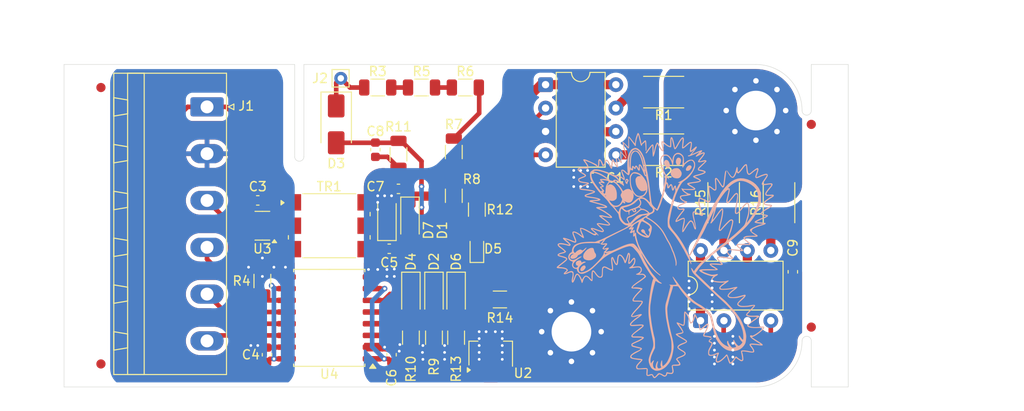
<source format=kicad_pcb>
(kicad_pcb (version 20241229) (generator "pcbnew") (generator_version "9.0")
  (layers (0 "F.Cu" signal) (2 "B.Cu" signal) (13 "F.Paste" user) (15 "B.Paste" user) (5 "F.SilkS" user "F.Silkscreen") (7 "B.SilkS" user "B.Silkscreen") (1 "F.Mask" user) (3 "B.Mask" user) (25 "Edge.Cuts" user))
  (net 0 "")
  (net 1 "15V_HV")
  (net 2 "-VDC")
  (net 3 "5V_HV")
  (net 4 "GND")
  (net 5 "+5V")
  (net 6 "Net-(C5-Pad1)")
  (net 7 "Net-(D3-A)")
  (net 8 "Net-(D2-A)")
  (net 9 "Net-(D2-K)")
  (net 10 "Net-(D3-K)")
  (net 11 "Net-(D4-A)")
  (net 12 "Net-(D5-A)")
  (net 13 "Net-(D5-K)")
  (net 14 "Net-(D6-A)")
  (net 15 "/LO_{IN}")
  (net 16 "/V_{OUT}")
  (net 17 "/LO_{PGOOD}")
  (net 18 "/LO_{DESAT}")
  (net 19 "Net-(U1-OUT_A)")
  (net 20 "Net-(U1-OUT_B)")
  (net 21 "Net-(R3-Pad2)")
  (net 22 "Net-(R5-Pad2)")
  (net 23 "Net-(R6-Pad2)")
  (net 24 "Net-(R7-Pad2)")
  (net 25 "Net-(U4-OUTD)")
  (net 26 "Net-(U1-IN_A)")
  (net 27 "Net-(U5-OUT_A)")
  (net 28 "Net-(U5-OUT_B)")
  (net 29 "Net-(U3-D1)")
  (net 31 "Net-(U3-D2)")
  (net 32 "Net-(D1-A)")
  (net 33 "Net-(J4-Pin_1)")
  (footprint "Connector_Phoenix_MSTB:PhoenixContact_MSTBA_2,5_6-G-5,08_1x06_P5.08mm_Horizontal" (layer "F.Cu") (at 110.5 79.6 -90)
    (property "Reference" "J1" (at -0.1 -4.25 0) (layer "F.SilkS"))
    (property "Value" "MSTBA 5.08 terminal block")
    (pad "1" thru_hole roundrect (at 0 0 270) (size 2.08 3.6) (drill 1.4) (layers "*.Cu" "*.Mask") (roundrect_rratio 0.120192) (net 5 "+5V"))
    (pad "2" thru_hole oval (at 5.08 0 270) (size 2.08 3.6) (drill 1.4) (layers "*.Cu" "*.Mask") (net 4 "GND"))
    (pad "3" thru_hole oval (at 10.16 0 270) (size 2.08 3.6) (drill 1.4) (layers "*.Cu" "*.Mask") (net 15 "/LO_{IN}"))
    (pad "4" thru_hole oval (at 15.24 0 270) (size 2.08 3.6) (drill 1.4) (layers "*.Cu" "*.Mask") (net 17 "/LO_{PGOOD}"))
    (pad "5" thru_hole oval (at 20.32 0 270) (size 2.08 3.6) (drill 1.4) (layers "*.Cu" "*.Mask") (net 18 "/LO_{DESAT}"))
    (pad "6" thru_hole oval (at 25.4 0 270) (size 2.08 3.6) (drill 1.4) (layers "*.Cu" "*.Mask") (net 16 "/V_{OUT}"))
  )
  (footprint "Diode_SMD:D_SOD-123" (layer "F.Cu") (at 130 91.75 90)
    (property "Reference" "D7" (at -1.25 4.5 90) (layer "F.SilkS"))
    (property "Value" "5819")
    (pad "1" smd roundrect (at -1.65 0 90) (size 0.9 1.2) (layers "F.Cu" "F.Mask" "F.Paste") (net 32 "Net-(D1-A)"))
    (pad "2" smd roundrect (at 1.65 0 90) (size 0.9 1.2) (layers "F.Cu" "F.Mask" "F.Paste") (net 2 "-VDC"))
  )
  (footprint "Package_SO:SOIC-16W_7.5x10.3mm_P1.27mm" (layer "F.Cu") (at 123.75 102.5 180)
    (property "Reference" "U4" (at 0 -6.1 0) (layer "F.SilkS"))
    (property "Value" "ISO6741 / 7741")
    (pad "1" smd roundrect (at -4.65 -4.445 180) (size 2.05 0.6) (layers "F.Cu" "F.Mask" "F.Paste") (net 3 "5V_HV"))
    (pad "2" smd roundrect (at -4.65 -3.175 180) (size 2.05 0.6) (layers "F.Cu" "F.Mask" "F.Paste") (net 2 "-VDC"))
    (pad "3" smd roundrect (at -4.65 -1.905 180) (size 2.05 0.6) (layers "F.Cu" "F.Mask" "F.Paste") (net 8 "Net-(D2-A)"))
    (pad "4" smd roundrect (at -4.65 -0.635 180) (size 2.05 0.6) (layers "F.Cu" "F.Mask" "F.Paste") (net 11 "Net-(D4-A)"))
    (pad "5" smd roundrect (at -4.65 0.635 180) (size 2.05 0.6) (layers "F.Cu" "F.Mask" "F.Paste") (net 14 "Net-(D6-A)"))
    (pad "6" smd roundrect (at -4.65 1.905 180) (size 2.05 0.6) (layers "F.Cu" "F.Mask" "F.Paste") (net 25 "Net-(U4-OUTD)"))
    (pad "7" smd roundrect (at -4.65 3.175 180) (size 2.05 0.6) (layers "F.Cu" "F.Mask" "F.Paste") (net 3 "5V_HV"))
    (pad "8" smd roundrect (at -4.65 4.445 180) (size 2.05 0.6) (layers "F.Cu" "F.Mask" "F.Paste") (net 2 "-VDC"))
    (pad "9" smd roundrect (at 4.65 4.445 180) (size 2.05 0.6) (layers "F.Cu" "F.Mask" "F.Paste") (net 4 "GND"))
    (pad "10" smd roundrect (at 4.65 3.175 180) (size 2.05 0.6) (layers "F.Cu" "F.Mask" "F.Paste") (net 5 "+5V"))
    (pad "11" smd roundrect (at 4.65 1.905 180) (size 2.05 0.6) (layers "F.Cu" "F.Mask" "F.Paste") (net 15 "/LO_{IN}"))
    (pad "12" smd roundrect (at 4.65 0.635 180) (size 2.05 0.6) (layers "F.Cu" "F.Mask" "F.Paste") (net 17 "/LO_{PGOOD}"))
    (pad "13" smd roundrect (at 4.65 -0.635 180) (size 2.05 0.6) (layers "F.Cu" "F.Mask" "F.Paste") (net 18 "/LO_{DESAT}"))
    (pad "14" smd roundrect (at 4.65 -1.905 180) (size 2.05 0.6) (layers "F.Cu" "F.Mask" "F.Paste") (net 16 "/V_{OUT}"))
    (pad "15" smd roundrect (at 4.65 -3.175 180) (size 2.05 0.6) (layers "F.Cu" "F.Mask" "F.Paste") (net 4 "GND"))
    (pad "16" smd roundrect (at 4.65 -4.445 180) (size 2.05 0.6) (layers "F.Cu" "F.Mask" "F.Paste") (net 5 "+5V"))
  )
  (footprint "Resistor_SMD:R_2512_6332Metric" (layer "F.Cu") (at 160 84.25 180)
    (property "Reference" "R2" (at 0 -2.5 0) (layer "F.SilkS"))
    (property "Value" "2.2")
    (pad "1" smd roundrect (at -2.9625 0 180) (size 1.225 3.35) (layers "F.Cu" "F.Mask" "F.Paste") (roundrect_rratio 0.204082) (net 33 "Net-(J4-Pin_1)"))
    (pad "2" smd roundrect (at 2.9625 0 180) (size 1.225 3.35) (layers "F.Cu" "F.Mask" "F.Paste") (roundrect_rratio 0.204082) (net 20 "Net-(U1-OUT_B)"))
  )
  (footprint "Resistor_SMD:R_1206_3216Metric" (layer "F.Cu") (at 135.1 104.65 -90)
    (property "Reference" "R9" (at 3.15 0 270) (layer "F.SilkS"))
    (property "Value" "22k")
    (pad "1" smd roundrect (at -1.4625 0 270) (size 1.125 1.75) (layers "F.Cu" "F.Mask" "F.Paste") (roundrect_rratio 0.222222) (net 8 "Net-(D2-A)"))
    (pad "2" smd roundrect (at 1.4625 0 270) (size 1.125 1.75) (layers "F.Cu" "F.Mask" "F.Paste") (roundrect_rratio 0.222222) (net 2 "-VDC"))
  )
  (footprint "Resistor_SMD:R_1206_3216Metric" (layer "F.Cu") (at 131.25 84.75 90)
    (property "Reference" "R11" (at 3 0 180) (layer "F.SilkS"))
    (property "Value" "22k")
    (pad "1" smd roundrect (at -1.4625 0 90) (size 1.125 1.75) (layers "F.Cu" "F.Mask" "F.Paste") (roundrect_rratio 0.222222) (net 1 "15V_HV"))
    (pad "2" smd roundrect (at 1.4625 0 90) (size 1.125 1.75) (layers "F.Cu" "F.Mask" "F.Paste") (roundrect_rratio 0.222222) (net 7 "Net-(D3-A)"))
  )
  (footprint "Fiducial:Fiducial_1mm_Mask2mm" (layer "F.Cu") (at 176 81.5)
    (property "Reference" "FID3" (hide yes))
    (property "Value" "Fiducial")
    (pad "" smd circle (at 0 0) (size 1 1) (layers "F.Cu" "F.Mask"))
  )
  (footprint "Capacitor_SMD:C_0603_1608Metric" (layer "F.Cu") (at 116 89.75)
    (property "Reference" "C3" (at 0 -1.5 0) (layer "F.SilkS"))
    (property "Value" "1u")
    (pad "1" smd roundrect (at -0.775 0) (size 0.9 0.95) (layers "F.Cu" "F.Mask" "F.Paste") (net 4 "GND"))
    (pad "2" smd roundrect (at 0.775 0) (size 0.9 0.95) (layers "F.Cu" "F.Mask" "F.Paste") (net 5 "+5V"))
  )
  (footprint "Transformer_SMD:Pulse_PA2004NL" (layer "F.Cu") (at 123.75 92.5)
    (property "Reference" "TR1" (at 0 -4.25 0) (layer "F.SilkS"))
    (property "Value" "1:1 5V 1A 400k TR")
    (pad "1" smd rect (at -3.8425 -2.54) (size 1.585 1.78) (layers "F.Cu" "F.Mask" "F.Paste") (net 31 "Net-(U3-D2)"))
    (pad "2" smd rect (at -3.8425 0) (size 1.585 1.78) (layers "F.Cu" "F.Mask" "F.Paste") (net 5 "+5V"))
    (pad "3" smd rect (at -3.8425 2.54) (size 1.585 1.78) (layers "F.Cu" "F.Mask" "F.Paste") (net 29 "Net-(U3-D1)"))
    (pad "4" smd rect (at 3.8425 2.54) (size 1.585 1.78) (layers "F.Cu" "F.Mask" "F.Paste") (net 6 "Net-(C5-Pad1)"))
    (pad "5" smd rect (at 3.8425 0) (size 1.585 1.78) (layers "F.Cu" "F.Mask" "F.Paste"))
    (pad "6" smd rect (at 3.8425 -2.54) (size 1.585 1.78) (layers "F.Cu" "F.Mask" "F.Paste") (net 2 "-VDC"))
  )
  (footprint "Resistor_SMD:R_2512_6332Metric" (layer "F.Cu") (at 166.5 90 -90)
    (property "Reference" "R15" (at 0 2.5 90) (layer "F.SilkS"))
    (property "Value" "2.2")
    (pad "1" smd roundrect (at -2.9625 0 270) (size 1.225 3.35) (layers "F.Cu" "F.Mask" "F.Paste") (roundrect_rratio 0.204082) (net 33 "Net-(J4-Pin_1)"))
    (pad "2" smd roundrect (at 2.9625 0 270) (size 1.225 3.35) (layers "F.Cu" "F.Mask" "F.Paste") (roundrect_rratio 0.204082) (net 27 "Net-(U5-OUT_A)"))
  )
  (footprint "Connector_Pin:Pin_D0.7mm_L6.5mm_W1.8mm_FlatFork" (layer "F.Cu") (at 125 76.5)
    (property "Reference" "J2" (at -2.25 0 0) (layer "F.SilkS"))
    (property "Value" "direct wire with lug")
    (pad "1" thru_hole circle (at 0 0) (size 1.4 1.4) (drill 0.7) (layers "*.Cu" "*.Mask") (net 10 "Net-(D3-K)"))
  )
  (footprint "Resistor_SMD:R_1206_3216Metric" (layer "F.Cu") (at 137.5 104.65 -90)
    (property "Reference" "R13" (at 3.4 0 270) (layer "F.SilkS"))
    (property "Value" "22k")
    (pad "1" smd roundrect (at -1.4625 0 270) (size 1.125 1.75) (layers "F.Cu" "F.Mask" "F.Paste") (roundrect_rratio 0.222222) (net 14 "Net-(D6-A)"))
    (pad "2" smd roundrect (at 1.4625 0 270) (size 1.125 1.75) (layers "F.Cu" "F.Mask" "F.Paste") (roundrect_rratio 0.222222) (net 2 "-VDC"))
  )
  (footprint "Capacitor_SMD:C_0603_1608Metric" (layer "F.Cu") (at 128.75 84.25 90)
    (property "Reference" "C8" (at 2 0 180) (layer "F.SilkS"))
    (property "Value" "1n")
    (pad "1" smd roundrect (at -0.775 0 90) (size 0.9 0.95) (layers "F.Cu" "F.Mask" "F.Paste") (net 1 "15V_HV"))
    (pad "2" smd roundrect (at 0.775 0 90) (size 0.9 0.95) (layers "F.Cu" "F.Mask" "F.Paste") (net 7 "Net-(D3-A)"))
  )
  (footprint "MountingHole:MountingHole_4.3mm_M4_Pad_Via" (layer "F.Cu") (at 170 80)
    (property "Reference" "J4" (hide yes))
    (property "Value" "hole")
    (pad "1" thru_hole circle (at -3.225 0) (size 0.9 0.9) (drill 0.6) (layers "*.Cu" "*.Mask") (net 33 "Net-(J4-Pin_1)"))
    (pad "1" thru_hole circle (at -2.280419 -2.280419) (size 0.9 0.9) (drill 0.6) (layers "*.Cu" "*.Mask") (net 33 "Net-(J4-Pin_1)"))
    (pad "1" thru_hole circle (at -2.280419 2.280419) (size 0.9 0.9) (drill 0.6) (layers "*.Cu" "*.Mask") (net 33 "Net-(J4-Pin_1)"))
    (pad "1" thru_hole circle (at 0 -3.225) (size 0.9 0.9) (drill 0.6) (layers "*.Cu" "*.Mask") (net 33 "Net-(J4-Pin_1)"))
    (pad "1" thru_hole circle (at 0 0) (size 8.6 8.6) (drill 4.3) (layers "*.Cu" "*.Mask") (net 33 "Net-(J4-Pin_1)"))
    (pad "1" thru_hole circle (at 0 3.225) (size 0.9 0.9) (drill 0.6) (layers "*.Cu" "*.Mask") (net 33 "Net-(J4-Pin_1)"))
    (pad "1" thru_hole circle (at 2.280419 -2.280419) (size 0.9 0.9) (drill 0.6) (layers "*.Cu" "*.Mask") (net 33 "Net-(J4-Pin_1)"))
    (pad "1" thru_hole circle (at 2.280419 2.280419) (size 0.9 0.9) (drill 0.6) (layers "*.Cu" "*.Mask") (net 33 "Net-(J4-Pin_1)"))
    (pad "1" thru_hole circle (at 3.225 0) (size 0.9 0.9) (drill 0.6) (layers "*.Cu" "*.Mask") (net 33 "Net-(J4-Pin_1)"))
  )
  (footprint "Resistor_SMD:R_1206_3216Metric" (layer "F.Cu") (at 138.5 77.5)
    (property "Reference" "R6" (at 0 -1.75 180) (layer "F.SilkS"))
    (property "Value" "470k")
    (pad "1" smd roundrect (at -1.4625 0) (size 1.125 1.75) (layers "F.Cu" "F.Mask" "F.Paste") (roundrect_rratio 0.222222) (net 22 "Net-(R5-Pad2)"))
    (pad "2" smd roundrect (at 1.4625 0) (size 1.125 1.75) (layers "F.Cu" "F.Mask" "F.Paste") (roundrect_rratio 0.222222) (net 23 "Net-(R6-Pad2)"))
  )
  (footprint "Resistor_SMD:R_1206_3216Metric" (layer "F.Cu") (at 116.5 98.5 90)
    (property "Reference" "R4" (at 0 -2.25 180) (layer "F.SilkS"))
    (property "Value" "22k")
    (pad "1" smd roundrect (at -1.4625 0 90) (size 1.125 1.75) (layers "F.Cu" "F.Mask" "F.Paste") (roundrect_rratio 0.222222) (net 15 "/LO_{IN}"))
    (pad "2" smd roundrect (at 1.4625 0 90) (size 1.125 1.75) (layers "F.Cu" "F.Mask" "F.Paste") (roundrect_rratio 0.222222) (net 4 "GND"))
  )
  (footprint "MountingHole:MountingHole_4.3mm_M4_Pad_Via" (layer "F.Cu") (at 150 104)
    (property "Reference" "J3" (hide yes))
    (property "Value" "hole")
    (pad "1" thru_hole circle (at -3.225 0) (size 0.9 0.9) (drill 0.6) (layers "*.Cu" "*.Mask") (net 2 "-VDC"))
    (pad "1" thru_hole circle (at -2.280419 -2.280419) (size 0.9 0.9) (drill 0.6) (layers "*.Cu" "*.Mask") (net 2 "-VDC"))
    (pad "1" thru_hole circle (at -2.280419 2.280419) (size 0.9 0.9) (drill 0.6) (layers "*.Cu" "*.Mask") (net 2 "-VDC"))
    (pad "1" thru_hole circle (at 0 -3.225) (size 0.9 0.9) (drill 0.6) (layers "*.Cu" "*.Mask") (net 2 "-VDC"))
    (pad "1" thru_hole circle (at 0 0) (size 8.6 8.6) (drill 4.3) (layers "*.Cu" "*.Mask") (net 2 "-VDC"))
    (pad "1" thru_hole circle (at 0 3.225) (size 0.9 0.9) (drill 0.6) (layers "*.Cu" "*.Mask") (net 2 "-VDC"))
    (pad "1" thru_hole circle (at 2.280419 -2.280419) (size 0.9 0.9) (drill 0.6) (layers "*.Cu" "*.Mask") (net 2 "-VDC"))
    (pad "1" thru_hole circle (at 2.280419 2.280419) (size 0.9 0.9) (drill 0.6) (layers "*.Cu" "*.Mask") (net 2 "-VDC"))
    (pad "1" thru_hole circle (at 3.225 0) (size 0.9 0.9) (drill 0.6) (layers "*.Cu" "*.Mask") (net 2 "-VDC"))
  )
  (footprint "Package_TO_SOT_SMD:SOT-89-3" (layer "F.Cu") (at 141.25 106.3875 90)
    (property "Reference" "U2" (at -2.1125 3.5 180) (layer "F.SilkS"))
    (property "Value" "MC78L05_SOT89")
    (pad "1" smd roundrect (at -1.95 -1.5 90) (size 1.3 0.9) (layers "F.Cu" "F.Mask" "F.Paste") (net 3 "5V_HV"))
    (pad "2" smd custom (at -1.8625 0 90) (size 1.475 0.9) (layers "F.Cu" "F.Mask" "F.Paste") (net 2 "-VDC") (options (clearance outline) (anchor rect)) (primitives (gr_poly (pts (xy 3.8625 0.8665) (xy 0.7375 0.8665) (xy 0.7375 -0.8665) (xy 3.8625 -0.8665)) (width 0) (fill yes))))
    (pad "3" smd roundrect (at -1.95 1.5 90) (size 1.3 0.9) (layers "F.Cu" "F.Mask" "F.Paste") (net 1 "15V_HV"))
  )
  (footprint "Capacitor_SMD:C_0603_1608Metric" (layer "F.Cu") (at 117 106.5 90)
    (property "Reference" "C4" (at 0 -1.75 180) (layer "F.SilkS"))
    (property "Value" "100n")
    (pad "1" smd roundrect (at -0.775 0 90) (size 0.9 0.95) (layers "F.Cu" "F.Mask" "F.Paste") (net 5 "+5V"))
    (pad "2" smd roundrect (at 0.775 0 90) (size 0.9 0.95) (layers "F.Cu" "F.Mask" "F.Paste") (net 4 "GND"))
  )
  (footprint "Resistor_SMD:R_1206_3216Metric" (layer "F.Cu") (at 142.25 100.5 180)
    (property "Reference" "R14" (at 0 -2 180) (layer "F.SilkS"))
    (property "Value" "1k")
    (pad "1" smd roundrect (at -1.4625 0 180) (size 1.125 1.75) (layers "F.Cu" "F.Mask" "F.Paste") (roundrect_rratio 0.222222) (net 26 "Net-(U1-IN_A)"))
    (pad "2" smd roundrect (at 1.4625 0 180) (size 1.125 1.75) (layers "F.Cu" "F.Mask" "F.Paste") (roundrect_rratio 0.222222) (net 25 "Net-(U4-OUTD)"))
  )
  (footprint "Capacitor_SMD:C_0603_1608Metric" (layer "F.Cu") (at 152.25 87.3 180)
    (property "Reference" "C1" (at -2.5 0 0) (layer "F.SilkS"))
    (property "Value" "1u")
    (pad "1" smd roundrect (at -0.775 0 180) (size 0.9 0.95) (layers "F.Cu" "F.Mask" "F.Paste") (net 1 "15V_HV"))
    (pad "2" smd roundrect (at 0.775 0 180) (size 0.9 0.95) (layers "F.Cu" "F.Mask" "F.Paste") (net 2 "-VDC"))
  )
  (footprint "Capacitor_SMD:C_0603_1608Metric" (layer "F.Cu") (at 130.25 95)
    (property "Reference" "C5" (at 0 1.5 180) (layer "F.SilkS"))
    (property "Value" "1u")
    (pad "1" smd roundrect (at -0.775 0) (size 0.9 0.95) (layers "F.Cu" "F.Mask" "F.Paste") (net 6 "Net-(C5-Pad1)"))
    (pad "2" smd roundrect (at 0.775 0) (size 0.9 0.95) (layers "F.Cu" "F.Mask" "F.Paste") (net 32 "Net-(D1-A)"))
  )
  (footprint "Capacitor_SMD:C_0603_1608Metric" (layer "F.Cu") (at 130.5 106.5 90)
    (property "Reference" "C6" (at -2.5 0 270) (layer "F.SilkS"))
    (property "Value" "100n")
    (pad "1" smd roundrect (at -0.775 0 90) (size 0.9 0.95) (layers "F.Cu" "F.Mask" "F.Paste") (net 3 "5V_HV"))
    (pad "2" smd roundrect (at 0.775 0 90) (size 0.9 0.95) (layers "F.Cu" "F.Mask" "F.Paste") (net 2 "-VDC"))
  )
  (footprint "Resistor_SMD:R_2512_6332Metric" (layer "F.Cu") (at 160 78 180)
    (property "Reference" "R1" (at 0 -2.5 0) (layer "F.SilkS"))
    (property "Value" "2.2")
    (pad "1" smd roundrect (at -2.9625 0 180) (size 1.225 3.35) (layers "F.Cu" "F.Mask" "F.Paste") (roundrect_rratio 0.204082) (net 33 "Net-(J4-Pin_1)"))
    (pad "2" smd roundrect (at 2.9625 0 180) (size 1.225 3.35) (layers "F.Cu" "F.Mask" "F.Paste") (roundrect_rratio 0.204082) (net 19 "Net-(U1-OUT_A)"))
  )
  (footprint "Fiducial:Fiducial_1mm_Mask2mm" (layer "F.Cu") (at 176 103.5)
    (property "Reference" "FID4" (hide yes))
    (property "Value" "Fiducial")
    (pad "" smd circle (at 0 0) (size 1 1) (layers "F.Cu" "F.Mask"))
  )
  (footprint "Capacitor_SMD:C_0603_1608Metric" (layer "F.Cu") (at 131.25 88.5)
    (property "Reference" "C7" (at -2.5 -0.25 0) (layer "F.SilkS"))
    (property "Value" "1u")
    (pad "1" smd roundrect (at -0.775 0) (size 0.9 0.95) (layers "F.Cu" "F.Mask" "F.Paste") (net 2 "-VDC"))
    (pad "2" smd roundrect (at 0.775 0) (size 0.9 0.95) (layers "F.Cu" "F.Mask" "F.Paste") (net 1 "15V_HV"))
  )
  (footprint "Package_TO_SOT_SMD:SOT-23-6" (layer "F.Cu") (at 116.5 92.5 180)
    (property "Reference" "U3" (at 0 -2.5 0) (layer "F.SilkS"))
    (property "Value" "SN6505BDBV")
    (pad "1" smd roundrect (at -1.1375 -0.95 180) (size 1.325 0.6) (layers "F.Cu" "F.Mask" "F.Paste") (net 29 "Net-(U3-D1)"))
    (pad "2" smd roundrect (at -1.1375 0 180) (size 1.325 0.6) (layers "F.Cu" "F.Mask" "F.Paste") (net 5 "+5V"))
    (pad "3" smd roundrect (at -1.1375 0.95 180) (size 1.325 0.6) (layers "F.Cu" "F.Mask" "F.Paste") (net 31 "Net-(U3-D2)"))
    (pad "4" smd roundrect (at 1.1375 0.95 180) (size 1.325 0.6) (layers "F.Cu" "F.Mask" "F.Paste") (net 4 "GND"))
    (pad "5" smd roundrect (at 1.1375 0 180) (size 1.325 0.6) (layers "F.Cu" "F.Mask" "F.Paste") (net 5 "+5V"))
    (pad "6" smd roundrect (at 1.1375 -0.95 180) (size 1.325 0.6) (layers "F.Cu" "F.Mask" "F.Paste") (net 5 "+5V"))
  )
  (footprint "LED_SMD:LED_0603_1608Metric" (layer "F.Cu") (at 139.75 95 90)
    (property "Reference" "D5" (at 0 1.75 180) (layer "F.SilkS"))
    (property "Value" "Amber LED")
    (pad "1" smd roundrect (at -0.7875 0 90) (size 0.875 0.95) (layers "F.Cu" "F.Mask" "F.Paste") (net 13 "Net-(D5-K)"))
    (pad "2" smd roundrect (at 0.7875 0 90) (size 0.875 0.95) (layers "F.Cu" "F.Mask" "F.Paste") (net 12 "Net-(D5-A)"))
  )
  (footprint "Package_DIP:DIP-8_W7.62mm" (layer "F.Cu") (at 147.195 77.19)
    (property "Reference" "U1" (hide yes))
    (property "Value" "DIP8 GATE DRVR")
    (pad "1" thru_hole roundrect (at 0 0) (size 1.6 1.6) (drill 0.8) (layers "*.Cu" "*.Mask") (roundrect_rratio 0.15625) (net 1 "15V_HV"))
    (pad "2" thru_hole circle (at 0 2.54) (size 1.6 1.6) (drill 0.8) (layers "*.Cu" "*.Mask") (net 26 "Net-(U1-IN_A)"))
    (pad "3" thru_hole circle (at 0 5.08) (size 1.6 1.6) (drill 0.8) (layers "*.Cu" "*.Mask") (net 2 "-VDC"))
    (pad "4" thru_hole circle (at 0 7.62) (size 1.6 1.6) (drill 0.8) (layers "*.Cu" "*.Mask") (net 26 "Net-(U1-IN_A)"))
    (pad "5" thru_hole circle (at 7.62 7.62) (size 1.6 1.6) (drill 0.8) (layers "*.Cu" "*.Mask") (net 20 "Net-(U1-OUT_B)"))
    (pad "6" thru_hole circle (at 7.62 5.08) (size 1.6 1.6) (drill 0.8) (layers "*.Cu" "*.Mask") (net 1 "15V_HV"))
    (pad "7" thru_hole circle (at 7.62 2.54) (size 1.6 1.6) (drill 0.8) (layers "*.Cu" "*.Mask") (net 19 "Net-(U1-OUT_A)"))
    (pad "8" thru_hole circle (at 7.62 0) (size 1.6 1.6) (drill 0.8) (layers "*.Cu" "*.Mask") (net 1 "15V_HV"))
  )
  (footprint "Fiducial:Fiducial_1mm_Mask2mm" (layer "F.Cu") (at 99 107.5)
    (property "Reference" "FID2" (hide yes))
    (property "Value" "Fiducial")
    (pad "" smd circle (at 0 0) (size 1 1) (layers "F.Cu" "F.Mask"))
  )
  (footprint "Resistor_SMD:R_1206_3216Metric" (layer "F.Cu") (at 137.25 84.5 -90)
    (property "Reference" "R7" (at -3 0 0) (layer "F.SilkS"))
    (property "Value" "470k")
    (pad "1" smd roundrect (at -1.4625 0 270) (size 1.125 1.75) (layers "F.Cu" "F.Mask" "F.Paste") (roundrect_rratio 0.222222) (net 23 "Net-(R6-Pad2)"))
    (pad "2" smd roundrect (at 1.4625 0 270) (size 1.125 1.75) (layers "F.Cu" "F.Mask" "F.Paste") (roundrect_rratio 0.222222) (net 24 "Net-(R7-Pad2)"))
  )
  (footprint "Diode_SMD:D_SOD-123" (layer "F.Cu") (at 132.6 99.9 -90)
    (property "Reference" "D4" (at -3.5 0 90) (layer "F.SilkS"))
    (property "Value" "40V zener")
    (pad "1" smd roundrect (at -1.65 0 270) (size 0.9 1.2) (layers "F.Cu" "F.Mask" "F.Paste") (net 7 "Net-(D3-A)"))
    (pad "2" smd roundrect (at 1.65 0 270) (size 0.9 1.2) (layers "F.Cu" "F.Mask" "F.Paste") (net 11 "Net-(D4-A)"))
  )
  (footprint "Capacitor_SMD:C_0603_1608Metric" (layer "F.Cu") (at 174 97.5 -90)
    (property "Reference" "C9" (at -2.6 0 90) (layer "F.SilkS"))
    (property "Value" "1u")
    (pad "1" smd roundrect (at -0.775 0 270) (size 0.9 0.95) (layers "F.Cu" "F.Mask" "F.Paste") (net 1 "15V_HV"))
    (pad "2" smd roundrect (at 0.775 0 270) (size 0.9 0.95) (layers "F.Cu" "F.Mask" "F.Paste") (net 2 "-VDC"))
  )
  (footprint "Resistor_SMD:R_1206_3216Metric" (layer "F.Cu") (at 133.75 77.5)
    (property "Reference" "R5" (at 0 -1.75 180) (layer "F.SilkS"))
    (property "Value" "470k")
    (pad "1" smd roundrect (at -1.4625 0) (size 1.125 1.75) (layers "F.Cu" "F.Mask" "F.Paste") (roundrect_rratio 0.222222) (net 21 "Net-(R3-Pad2)"))
    (pad "2" smd roundrect (at 1.4625 0) (size 1.125 1.75) (layers "F.Cu" "F.Mask" "F.Paste") (roundrect_rratio 0.222222) (net 22 "Net-(R5-Pad2)"))
  )
  (footprint "Diode_SMD:D_SOD-123" (layer "F.Cu") (at 137.5 99.9 -90)
    (property "Reference" "D6" (at -3.5 0 90) (layer "F.SilkS"))
    (property "Value" "9V Zener")
    (pad "1" smd roundrect (at -1.65 0 270) (size 0.9 1.2) (layers "F.Cu" "F.Mask" "F.Paste") (net 13 "Net-(D5-K)"))
    (pad "2" smd roundrect (at 1.65 0 270) (size 0.9 1.2) (layers "F.Cu" "F.Mask" "F.Paste") (net 14 "Net-(D6-A)"))
  )
  (footprint "Resistor_SMD:R_2512_6332Metric" (layer "F.Cu") (at 172.5 90 -90)
    (property "Reference" "R16" (at 0 2.5 90) (layer "F.SilkS"))
    (property "Value" "2.2")
    (pad "1" smd roundrect (at -2.9625 0 270) (size 1.225 3.35) (layers "F.Cu" "F.Mask" "F.Paste") (roundrect_rratio 0.204082) (net 33 "Net-(J4-Pin_1)"))
    (pad "2" smd roundrect (at 2.9625 0 270) (size 1.225 3.35) (layers "F.Cu" "F.Mask" "F.Paste") (roundrect_rratio 0.204082) (net 28 "Net-(U5-OUT_B)"))
  )
  (footprint "Diode_SMD:D_SMA" (layer "F.Cu") (at 124.5 81.5 -90)
    (property "Reference" "D3" (at 4.25 0 0) (layer "F.SilkS"))
    (property "Value" "1000V fast diode")
    (pad "1" smd roundrect (at -2 0 270) (size 2.5 1.8) (layers "F.Cu" "F.Mask" "F.Paste") (roundrect_rratio 0.1388888889) (net 10 "Net-(D3-K)"))
    (pad "2" smd roundrect (at 2 0 270) (size 2.5 1.8) (layers "F.Cu" "F.Mask" "F.Paste") (roundrect_rratio 0.1388888889) (net 7 "Net-(D3-A)"))
  )
  (footprint "Resistor_SMD:R_1206_3216Metric" (layer "F.Cu") (at 129 77.5)
    (property "Reference" "R3" (at 0 -1.75 0) (layer "F.SilkS"))
    (property "Value" "470k")
    (pad "1" smd roundrect (at -1.4625 0) (size 1.125 1.75) (layers "F.Cu" "F.Mask" "F.Paste") (roundrect_rratio 0.222222) (net 10 "Net-(D3-K)"))
    (pad "2" smd roundrect (at 1.4625 0) (size 1.125 1.75) (layers "F.Cu" "F.Mask" "F.Paste") (roundrect_rratio 0.222222) (net 21 "Net-(R3-Pad2)"))
  )
  (footprint "Fiducial:Fiducial_1mm_Mask2mm" (layer "F.Cu") (at 99 77.5)
    (property "Reference" "FID1" (hide yes))
    (property "Value" "Fiducial")
    (pad "" smd circle (at 0 0) (size 1 1) (layers "F.Cu" "F.Mask"))
  )
  (footprint "Resistor_SMD:R_1206_3216Metric" (layer "F.Cu") (at 137.25 89.25 -90)
    (property "Reference" "R8" (at -1.8 -1.95 0) (layer "F.SilkS"))
    (property "Value" "470k")
    (pad "1" smd roundrect (at -1.4625 0 270) (size 1.125 1.75) (layers "F.Cu" "F.Mask" "F.Paste") (roundrect_rratio 0.222222) (net 24 "Net-(R7-Pad2)"))
    (pad "2" smd roundrect (at 1.4625 0 270) (size 1.125 1.75) (layers "F.Cu" "F.Mask" "F.Paste") (roundrect_rratio 0.222222) (net 9 "Net-(D2-K)"))
  )
  (footprint "Resistor_SMD:R_1206_3216Metric" (layer "F.Cu") (at 139.75 90.75 90)
    (property "Reference" "R12" (at 0 2.5 180) (layer "F.SilkS"))
    (property "Value" "1k")
    (pad "1" smd roundrect (at -1.4625 0 90) (size 1.125 1.75) (layers "F.Cu" "F.Mask" "F.Paste") (roundrect_rratio 0.222222) (net 12 "Net-(D5-A)"))
    (pad "2" smd roundrect (at 1.4625 0 90) (size 1.125 1.75) (layers "F.Cu" "F.Mask" "F.Paste") (roundrect_rratio 0.222222) (net 1 "15V_HV"))
  )
  (footprint "Diode_SMD:D_SOD-123" (layer "F.Cu") (at 132.5 91.75 -90)
    (property "Reference" "D1" (at 1.25 -3.5 90) (layer "F.SilkS"))
    (property "Value" "5819")
    (pad "1" smd roundrect (at -1.65 0 270) (size 0.9 1.2) (layers "F.Cu" "F.Mask" "F.Paste") (net 1 "15V_HV"))
    (pad "2" smd roundrect (at 1.65 0 270) (size 0.9 1.2) (layers "F.Cu" "F.Mask" "F.Paste") (net 32 "Net-(D1-A)"))
  )
  (footprint "Package_DIP:DIP-8_W7.62mm" (layer "F.Cu") (at 163.99 102.805 90)
    (property "Reference" "U5" (hide yes))
    (property "Value" "DIP8 GATE DRVR")
    (pad "1" thru_hole roundrect (at 0 0 90) (size 1.6 1.6) (drill 0.8) (layers "*.Cu" "*.Mask") (roundrect_rratio 0.15625) (net 1 "15V_HV"))
    (pad "2" thru_hole circle (at 0 2.54 90) (size 1.6 1.6) (drill 0.8) (layers "*.Cu" "*.Mask") (net 26 "Net-(U1-IN_A)"))
    (pad "3" thru_hole circle (at 0 5.08 90) (size 1.6 1.6) (drill 0.8) (layers "*.Cu" "*.Mask") (net 2 "-VDC"))
    (pad "4" thru_hole circle (at 0 7.62 90) (size 1.6 1.6) (drill 0.8) (layers "*.Cu" "*.Mask") (net 26 "Net-(U1-IN_A)"))
    (pad "5" thru_hole circle (at 7.62 7.62 90) (size 1.6 1.6) (drill 0.8) (layers "*.Cu" "*.Mask") (net 28 "Net-(U5-OUT_B)"))
    (pad "6" thru_hole circle (at 7.62 5.08 90) (size 1.6 1.6) (drill 0.8) (layers "*.Cu" "*.Mask") (net 1 "15V_HV"))
    (pad "7" thru_hole circle (at 7.62 2.54 90) (size 1.6 1.6) (drill 0.8) (layers "*.Cu" "*.Mask") (net 27 "Net-(U5-OUT_A)"))
    (pad "8" thru_hole circle (at 7.62 0 90) (size 1.6 1.6) (drill 0.8) (layers "*.Cu" "*.Mask") (net 1 "15V_HV"))
  )
  (footprint "Resistor_SMD:R_1206_3216Metric" (layer "F.Cu") (at 132.6 104.65 -90)
    (property "Reference" "R10" (at 3.4 0 270) (layer "F.SilkS"))
    (property "Value" "22k")
    (pad "1" smd roundrect (at -1.4625 0 270) (size 1.125 1.75) (layers "F.Cu" "F.Mask" "F.Paste") (roundrect_rratio 0.222222) (net 11 "Net-(D4-A)"))
    (pad "2" smd roundrect (at 1.4625 0 270) (size 1.125 1.75) (layers "F.Cu" "F.Mask" "F.Paste") (roundrect_rratio 0.222222) (net 2 "-VDC"))
  )
  (footprint "Diode_SMD:D_SOD-123" (layer "F.Cu") (at 135.1 99.9 -90)
    (property "Reference" "D2" (at -3.5 0 90) (layer "F.SilkS"))
    (property "Value" "40V zener")
    (pad "1" smd roundrect (at -1.65 0 270) (size 0.9 1.2) (layers "F.Cu" "F.Mask" "F.Paste") (net 9 "Net-(D2-K)"))
    (pad "2" smd roundrect (at 1.65 0 270) (size 0.9 1.2) (layers "F.Cu" "F.Mask" "F.Paste") (net 8 "Net-(D2-A)"))
  )
  (footprint "project:PM_art" (layer "B.Cu") (at 160 95.75 180)
    (property "Reference" "G***" (hide yes))
    (property "Value" "LOGO" (hide yes))
  )
  (gr_arc (start 175 105) (mid 173.535534 108.535534) (end 170 110) (stroke (width 0.05)) (layer "Edge.Cuts"))
  (gr_line (start 121 85) (end 121 75) (stroke (width 0.05)) (layer "Edge.Cuts"))
  (gr_line (start 95 75) (end 120 75) (stroke (width 0.05)) (layer "Edge.Cuts"))
  (gr_line (start 180 75) (end 176 75) (stroke (width 0.05)) (layer "Edge.Cuts"))
  (gr_line (start 120 75) (end 120 85) (stroke (width 0.05)) (layer "Edge.Cuts"))
  (gr_line (start 176 110) (end 180 110) (stroke (width 0.05)) (layer "Edge.Cuts"))
  (gr_line (start 95 75) (end 95 110) (stroke (width 0.05)) (layer "Edge.Cuts"))
  (gr_arc (start 121 85) (mid 120.5 85.5) (end 120 85) (stroke (width 0.05)) (layer "Edge.Cuts"))
  (gr_line (start 170 110) (end 95 110) (stroke (width 0.05)) (layer "Edge.Cuts"))
  (gr_line (start 180 110) (end 180 75) (stroke (width 0.05)) (layer "Edge.Cuts"))
  (gr_line (start 170 75) (end 121 75) (stroke (width 0.05)) (layer "Edge.Cuts"))
  (gr_line (start 176 105) (end 176 110) (stroke (width 0.05)) (layer "Edge.Cuts"))
  (gr_line (start 176 75) (end 176 80) (stroke (width 0.05)) (layer "Edge.Cuts"))
  (gr_arc (start 175 105) (mid 175.5 104.5) (end 176 105) (stroke (width 0.05)) (layer "Edge.Cuts"))
  (gr_arc (start 170 75) (mid 173.535534 76.464466) (end 175 80) (stroke (width 0.05)) (layer "Edge.Cuts"))
  (gr_arc (start 176 80) (mid 175.5 80.5) (end 175 80) (stroke (width 0.05)) (layer "Edge.Cuts"))
  (segment (start 139.75 89.2875) (end 142.5875 89.2875) (width 1) (layer "F.Cu") (net 1))
  (segment (start 144.5 87.375) (end 144.5 79.385) (width 1) (layer "F.Cu") (net 1))
  (segment (start 144.5 79.385) (end 146.695 77.19) (width 1) (layer "F.Cu") (net 1))
  (segment (start 142.5875 89.2875) (end 144.5 87.375) (width 1) (layer "F.Cu") (net 1))
  (segment (start 143.251 101.974292) (end 143.251 107.311075) (width 0.5) (layer "F.Cu") (net 1))
  (segment (start 132.025 89.625) (end 132.5 90.1) (width 1) (layer "F.Cu") (net 1))
  (segment (start 128.75 85.025) (end 130.0625 85.025) (width 0.5) (layer "F.Cu") (net 1))
  (segment (start 132.025 86.9875) (end 131.25 86.2125) (width 0.5) (layer "F.Cu") (net 1))
  (segment (start 151.4 77.19) (end 153 77.19) (width 1) (layer "F.Cu") (net 1))
  (segment (start 172.5 97.25) (end 173 96.75) (width 1) (layer "F.Cu") (net 1))
  (segment (start 169 96.75) (end 169 97.25) (width 1) (layer "F.Cu") (net 1))
  (segment (start 163.99 95.185) (end 163.99 102.805) (width 1) (layer "F.Cu") (net 1))
  (segment (start 151.4 77.19) (end 154.815 77.19) (width 1) (layer "F.Cu") (net 1))
  (segment (start 153.025 88.775) (end 161.5 97.25) (width 1) (layer "F.Cu") (net 1))
  (segment (start 161.5 97.25) (end 172.5 97.25) (width 1) (layer "F.Cu") (net 1))
  (segment (start 154.815 82.3) (end 153 82.3) (width 1) (layer "F.Cu") (net 1))
  (segment (start 146.695 77.19) (end 147.195 77.19) (width 1) (layer "F.Cu") (net 1))
  (segment (start 142.811075 107.751) (end 142.75 107.751) (width 0.5) (layer "F.Cu") (net 1))
  (segment (start 142.75 107.751) (end 142.75 108.3375) (width 0.5) (layer "F.Cu") (net 1))
  (segment (start 173.975 96.75) (end 174 96.725) (width 1) (layer "F.Cu") (net 1))
  (segment (start 132.3625 89.2875) (end 139.75 89.2875) (width 1) (layer "F.Cu") (net 1))
  (segment (start 173 96.75) (end 173.975 96.75) (width 1) (layer "F.Cu") (net 1))
  (segment (start 154.815 82.27) (end 154.815 82.3) (width 1) (layer "F.Cu") (net 1))
  (segment (start 169.07 95.185) (end 169.07 96.68) (width 1) (layer "F.Cu") (net 1))
  (segment (start 132.025 88.5) (end 132.025 86.9875) (width 0.5) (layer "F.Cu") (net 1))
  (segment (start 153.025 85.2) (end 153.025 88.775) (width 1) (layer "F.Cu") (net 1))
  (segment (start 142.699 89.399) (end 142.699 101.422292) (width 0.5) (layer "F.Cu") (net 1))
  (segment (start 143.251 107.311075) (end 142.811075 107.751) (width 0.5) (layer "F.Cu") (net 1))
  (segment (start 142.5875 89.2875) (end 142.699 89.399) (width 0.5) (layer "F.Cu") (net 1))
  (segment (start 130.0625 85.025) (end 131.25 86.2125) (width 0.5) (layer "F.Cu") (net 1))
  (segment (start 147.195 77.19) (end 151.4 77.19) (width 1) (layer "F.Cu") (net 1))
  (segment (start 132.025 88.5) (end 132.025 89.625) (width 1) (layer "F.Cu") (net 1))
  (segment (start 132.025 89.625) (end 132.3625 89.2875) (width 1) (layer "F.Cu") (net 1))
  (segment (start 153 77.19) (end 153 85.675) (width 1) (layer "F.Cu") (net 1))
  (segment (start 142.699 101.422292) (end 143.251 101.974292) (width 0.5) (layer "F.Cu") (net 1))
  (segment (start 169.07 96.68) (end 169 96.75) (width 1) (layer "F.Cu") (net 1))
  (segment (start 141.801 99.577708) (end 141.223292 99) (width 0.5) (layer "F.Cu") (net 2))
  (segment (start 130.5 88.525) (end 130.5 89.25) (width 0.5) (layer "F.Cu") (net 2))
  (segment (start 141.75 104) (end 141.801 103.949) (width 0.5) (layer "F.Cu") (net 2))
  (segment (start 130.5 89.6) (end 130 90.1) (width 0.5) (layer "F.Cu") (net 2))
  (segment (start 139.55 99.2) (end 131.2 99.2) (width 0.5) (layer "F.Cu") (net 2))
  (segment (start 139.75 99) (end 139.55 99.2) (width 0.5) (layer "F.Cu") (net 2))
  (segment (start 141.801 103.949) (end 141.801 99.577708) (width 0.5) (layer "F.Cu") (net 2))
  (segment (start 130.5 89.25) (end 130.5 89.6) (width 0.5) (layer "F.Cu") (net 2))
  (segment (start 130.45 105.675) (end 130.5 105.725) (width 0.5) (layer "F.Cu") (net 2))
  (segment (start 141.223292 99) (end 139.75 99) (width 0.5) (layer "F.Cu") (net 2))
  (segment (start 129 89.96) (end 129.86 89.96) (width 0.5) (layer "F.Cu") (net 2))
  (segment (start 131.2 99.2) (end 130 98) (width 0.5) (layer "F.Cu") (net 2))
  (segment (start 129.86 89.96) (end 130 90.1) (width 0.5) (layer "F.Cu") (net 2))
  (segment (start 130.475 88.5) (end 130.5 88.525) (width 0.5) (layer "F.Cu") (net 2))
  (segment (start 127.5925 89.96) (end 129 89.96) (width 0.5) (layer "F.Cu") (net 2))
  (via (at 150.25 87.25) (size 0.6) (drill 0.3) (layers "F.Cu" "B.Cu") (net 2))
  (via (at 140 104) (size 0.6) (drill 0.3) (layers "F.Cu" "B.Cu") (net 2))
  (via (at 136.25 107) (size 0.6) (drill 0.3) (layers "F.Cu" "B.Cu") (net 2))
  (via (at 131.4 105.4) (size 0.6) (drill 0.3) (layers "F.Cu" "B.Cu") (net 2))
  (via (at 140.75 104) (size 0.6) (drill 0.3) (layers "F.Cu" "B.Cu") (net 2))
  (via (at 167.5 106) (size 0.6) (drill 0.3) (layers "F.Cu" "B.Cu") (net 2))
  (via (at 130.8 98) (size 0.6) (drill 0.3) (layers "F.Cu" "B.Cu") (net 2))
  (via (at 142.5 107) (size 0.6) (drill 0.3) (layers "F.Cu" "B.Cu") (net 2))
  (via (at 140 106.25) (size 0.6) (drill 0.3) (layers "F.Cu" "B.Cu") (net 2))
  (via (at 133.9 107) (size 0.6) (drill 0.3) (layers "F.Cu" "B.Cu") (net 2))
  (via (at 131.3375 106.1125) (size 0.6) (drill 0.3) (layers "F.Cu" "B.Cu") (net 2))
  (via (at 129 89.96) (size 0.6) (drill 0.3) (layers "F.Cu" "B.Cu") (net 2))
  (via (at 167.5 104.5) (size 0.6) (drill 0.3) (layers "F.Cu" "B.Cu") (net 2))
  (via (at 165.5 106) (size 0.6) (drill 0.3) (layers "F.Cu" "B.Cu") (net 2))
  (via (at 130 98) (size 0.6) (drill 0.3) (layers "F.Cu" "B.Cu") (net 2))
  (via (at 162.75 98.5) (size 0.6) (drill 0.3) (layers "F.Cu" "B.Cu") (net 2))
  (via (at 150.25 88.25) (size 0.6) (drill 0.3) (layers "F.Cu" "B.Cu") (net 2))
  (via (at 142.5 106.25) (size 0.6) (drill 0.3) (layers "F.Cu" "B.Cu") (net 2))
  (via (at 133.9 105.5) (size 0.6) (drill 0.3) (layers "F.Cu" "B.Cu") (net 2))
  (via (at 142.5 104) (size 0.6) (drill 0.3) (layers "F.Cu" "B.Cu") (net 2))
  (via (at 141.75 104) (size 0.6) (drill 0.3) (layers "F.Cu" "B.Cu") (net 2))
  (via (at 162.75 99.25) (size 0.6) (drill 0.3) (layers "F.Cu" "B.Cu") (net 2))
  (via (at 129.75 89.25) (size 0.6) (drill 0.3) (layers "F.Cu" "B.Cu") (net 2))
  (via (at 167.5 107.5) (size 0.6) (drill 0.3) (layers "F.Cu" "B.Cu") (net 2))
  (via (at 133.85 106.25) (size 0.6) (drill 0.3) (layers "F.Cu" "B.Cu") (net 2))
  (via (at 128 97.25) (size 0.6) (drill 0.3) (layers "F.Cu" "B.Cu") (net 2))
  (via (at 151 88.25) (size 0.6) (drill 0.3) (layers "F.Cu" "B.Cu") (net 2))
  (via (at 129 89.25) (size 0.6) (drill 0.3) (layers "F.Cu" "B.Cu") (net 2))
  (via (at 165.25 100.75) (size 0.6) (drill 0.3) (layers "F.Cu" "B.Cu") (net 2))
  (via (at 140 107) (size 0.6) (drill 0.3) (layers "F.Cu" "B.Cu") (net 2))
  (via (at 151.75 88.25) (size 0.6) (drill 0.3) (layers "F.Cu" "B.Cu") (net 2))
  (via (at 130.5 89.25) (size 0.6) (drill 0.3) (layers "F.Cu" "B.Cu") (net 2))
  (via (at 151 86.5) (size 0.6) (drill 0.3) (layers "F.Cu" "B.Cu") (net 2))
  (via (at 151.75 86.5) (size 0.6) (drill 0.3) (layers "F.Cu" "B.Cu") (net 2))
  (via (at 165.5 105.25) (size 0.6) (drill 0.3) (layers "F.Cu" "B.Cu") (net 2))
  (via (at 165.25 101.5) (size 0.6) (drill 0.3) (layers "F.Cu" "B.Cu") (net 2))
  (via (at 130.8 97.2) (size 0.6) (drill 0.3) (layers "F.Cu" "B.Cu") (net 2))
  (via (at 167.5 106.75) (size 0.6) (drill 0.3) (layers "F.Cu" "B.Cu") (net 2))
  (via (at 162.75 100.75) (size 0.6) (drill 0.3) (layers "F.Cu" "B.Cu") (net 2))
  (via (at 129.75 105.675) (size 0.6) (drill 0.3) (layers "F.Cu" "B.Cu") (net 2))
  (via (at 150.25 86.5) (size 0.6) (drill 0.3) (layers "F.Cu" "B.Cu") (net 2))
  (via (at 162.75 101.5) (size 0.6) (drill 0.3) (layers "F.Cu" "B.Cu") (net 2))
  (via (at 167.5 105.25) (size 0.6) (drill 0.3) (layers "F.Cu" "B.Cu") (net 2))
  (via (at 142.5 104.75) (size 0.6) (drill 0.3) (layers "F.Cu" "B.Cu") (net 2))
  (via (at 136.25 105.5) (size 0.6) (drill 0.3) (layers "F.Cu" "B.Cu") (net 2))
  (via (at 142.5 105.5) (size 0.6) (drill 0.3) (layers "F.Cu" "B.Cu") (net 2))
  (via (at 136.25 106.25) (size 0.6) (drill 0.3) (layers "F.Cu" "B.Cu") (net 2))
  (via (at 165.5 104.5) (size 0.6) (drill 0.3) (layers "F.Cu" "B.Cu") (net 2))
  (via (at 165.25 98.5) (size 0.6) (drill 0.3) (layers "F.Cu" "B.Cu") (net 2))
  (via (at 140 104.75) (size 0.6) (drill 0.3) (layers "F.Cu" "B.Cu") (net 2))
  (via (at 165.25 99.25) (size 0.6) (drill 0.3) (layers "F.Cu" "B.Cu") (net 2))
  (via (at 162.75 100) (size 0.6) (drill 0.3) (layers "F.Cu" "B.Cu") (net 2))
  (via (at 165.25 100) (size 0.6) (drill 0.3) (layers "F.Cu" "B.Cu") (net 2))
  (via (at 140 105.5) (size 0.6) (drill 0.3) (layers "F.Cu" "B.Cu") (net 2))
  (via (at 129 90.75) (size 0.6) (drill 0.3) (layers "F.Cu" "B.Cu") (net 2))
  (via (at 130 97.25) (size 0.6) (drill 0.3) (layers "F.Cu" "B.Cu") (net 2))
  (via (at 165.5 107.5) (size 0.6) (drill 0.3) (layers "F.Cu" "B.Cu") (net 2))
  (via (at 129 97.25) (size 0.6) (drill 0.3) (layers "F.Cu" "B.Cu") (net 2))
  (via (at 165.5 106.75) (size 0.6) (drill 0.3) (layers "F.Cu" "B.Cu") (net 2))
  (segment (start 131.5625 108.3375) (end 130.5 107.275) (width 0.5) (layer "F.Cu") (net 3))
  (segment (start 130.17 106.945) (end 130.5 107.275) (width 0.5) (layer "F.Cu") (net 3))
  (segment (start 128.4 106.945) (end 129.7 106.945) (width 0.5) (layer "F.Cu") (net 3))
  (segment (start 129.7 106.945) (end 130.17 106.945) (width 0.5) (layer "F.Cu") (net 3))
  (segment (start 129.75 99.325) (end 128.4 99.325) (width 0.5) (layer "F.Cu") (net 3))
  (segment (start 139.75 108.3375) (end 131.5625 108.3375) (width 0.5) (layer "F.Cu") (net 3))
  (via (at 129.7 106.945) (size 0.6) (drill 0.3) (layers "F.Cu" "B.Cu") (net 3))
  (via (at 129.75 99.325) (size 0.6) (drill 0.3) (layers "F.Cu" "B.Cu") (net 3))
  (segment (start 129.75 99.325) (end 128.4 100.675) (width 0.5) (layer "B.Cu") (net 3))
  (segment (start 128.4 100.675) (end 128.4 105.645) (width 0.5) (layer "B.Cu") (net 3))
  (segment (start 128.4 105.645) (end 129.7 106.945) (width 0.5) (layer "B.Cu") (net 3))
  (segment (start 119.1 105.675) (end 117.05 105.675) (width 0.5) (layer "F.Cu") (net 4))
  (segment (start 119.1 98.055) (end 119.1 97.1) (width 0.5) (layer "F.Cu") (net 4))
  (segment (start 115.3625 89.8875) (end 115.225 89.75) (width 0.5) (layer "F.Cu") (net 4))
  (segment (start 117.05 105.675) (end 117 105.725) (width 0.5) (layer "F.Cu") (net 4))
  (segment (start 115.3625 91.55) (end 115.3625 89.8875) (width 0.5) (layer "F.Cu") (net 4))
  (segment (start 119.1 97.1) (end 119 97) (width 0.5) (layer "F.Cu") (net 4))
  (via (at 116 105.5) (size 0.6) (drill 0.3) (layers "F.Cu" "B.Cu") (net 4))
  (via (at 119 97) (size 0.6) (drill 0.3) (layers "F.Cu" "B.Cu") (net 4))
  (via (at 115 97) (size 0.6) (drill 0.3) (layers "F.Cu" "B.Cu") (net 4))
  (via (at 115.25 105.5) (size 0.6) (drill 0.3) (layers "F.Cu" "B.Cu") (net 4))
  (via (at 117.75 97) (size 0.6) (drill 0.3) (layers "F.Cu" "B.Cu") (net 4))
  (via (at 116.5 98) (size 0.6) (drill 0.3) (layers "F.Cu" "B.Cu") (net 4))
  (via (at 116.5 96) (size 0.6) (drill 0.3) (layers "F.Cu" "B.Cu") (net 4))
  (segment (start 116.5 89.725) (end 116.525 89.75) (width 0.5) (layer "F.Cu") (net 5))
  (segment (start 117.826673 99.325) (end 119.1 99.325) (width 0.5) (layer "F.Cu") (net 5))
  (segment (start 106 106) (end 106 82) (width 0.5) (layer "F.Cu") (net 5))
  (segment (start 109 109) (end 106 106) (width 0.5) (layer "F.Cu") (net 5))
  (segment (start 116.5 92.5) (end 117.6375 92.5) (width 0.5) (layer "F.Cu") (net 5))
  (segment (start 117.75 106.945) (end 117.33 106.945) (width 0.5) (layer "F.Cu") (net 5))
  (segment (start 117.33 106.945) (end 117 107.275) (width 0.5) (layer "F.Cu") (net 5))
  (segment (start 119.1 106.945) (end 117.75 106.945) (width 0.5) (layer "F.Cu") (net 5))
  (segment (start 116.5 90.025) (end 116.5 92.5) (width 0.5) (layer "F.Cu") (net 5))
  (segment (start 115.3625 92.5) (end 115.3625 93.45) (width 0.5) (layer "F.Cu") (net 5))
  (segment (start 116.775 89.75) (end 116.5 90.025) (width 0.5) (layer "F.Cu") (net 5))
  (segment (start 115.275 109) (end 109 109) (width 0.5) (layer "F.Cu") (net 5))
  (segment (start 117.3875 92.5) (end 119.9075 92.5) (width 0.5) (layer "F.Cu") (net 5))
  (segment (start 115.3625 92.5) (end 116.5 92.5) (width 0.5) (layer "F.Cu") (net 5))
  (segment (start 117 107.275) (end 115.275 109) (width 0.5) (layer "F.Cu") (net 5))
  (segment (start 117.500671 98.998998) (end 117.826673 99.325) (width 0.5) (layer "F.Cu") (net 5))
  (segment (start 108.4 79.6) (end 110.5 79.6) (width 0.5) (layer "F.Cu") (net 5))
  (segment (start 112.6 79.6) (end 116.5 83.5) (width 0.5) (layer "F.Cu") (net 5))
  (segment (start 110.5 79.6) (end 112.6 79.6) (width 0.5) (layer "F.Cu") (net 5))
  (segment (start 106 82) (end 108.4 79.6) (width 0.5) (layer "F.Cu") (net 5))
  (segment (start 116.5 83.5) (end 116.5 89.725) (width 0.5) (layer "F.Cu") (net 5))
  (via (at 117.75 106.945) (size 0.6) (drill 0.3) (layers "F.Cu" "B.Cu") (net 5))
  (via (at 117.500671 98.998998) (size 0.6) (drill 0.3) (layers "F.Cu" "B.Cu") (net 5))
  (segment (start 117.500671 98.998998) (end 117.75 99.248327) (width 0.5) (layer "B.Cu") (net 5))
  (segment (start 117.75 99.248327) (end 117.75 106.945) (width 0.5) (layer "B.Cu") (net 5))
  (segment (start 127.5925 95.04) (end 129.435 95.04) (width 0.5) (layer "F.Cu") (net 6))
  (segment (start 129.435 95.04) (end 129.475 95) (width 0.5) (layer "F.Cu") (net 6))
  (segment (start 124.5 83.5) (end 131.75 83.5) (width 0.5) (layer "F.Cu") (net 7))
  (segment (start 133.75 90.5) (end 133.75 97.1) (width 0.5) (layer "F.Cu") (net 7))
  (segment (start 133.75 85.5) (end 133.75 88.25) (width 0.5) (layer "F.Cu") (net 7))
  (segment (start 131.75 83.5) (end 133.75 85.5) (width 0.5) (layer "F.Cu") (net 7))
  (segment (start 133.75 97.1) (end 132.6 98.25) (width 0.5) (layer "F.Cu") (net 7))
  (via (at 133.75 90.5) (size 0.6) (drill 0.3) (layers "F.Cu" "B.Cu") (net 7))
  (via (at 133.75 88.25) (size 0.6) (drill 0.3) (layers "F.Cu" "B.Cu") (net 7))
  (segment (start 133.75 88.25) (end 133.75 90.5) (width 0.5) (layer "B.Cu") (net 7))
  (segment (start 128.4 104.405) (end 133.8825 104.405) (width 0.5) (layer "F.Cu") (net 8))
  (segment (start 135.1 103.1875) (end 135.1 101.55) (width 0.5) (layer "F.Cu") (net 8))
  (segment (start 133.8825 104.405) (end 135.1 103.1875) (width 0.5) (layer "F.Cu") (net 8))
  (segment (start 137.25 90.7125) (end 137.3 90.7625) (width 0.5) (layer "F.Cu") (net 9))
  (segment (start 137.3 94.95) (end 135.1 97.15) (width 0.5) (layer "F.Cu") (net 9))
  (segment (start 137.3 90.7625) (end 137.3 94.95) (width 0.5) (layer "F.Cu") (net 9))
  (segment (start 135.1 97.15) (end 135.1 98.25) (width 0.5) (layer "F.Cu") (net 9))
  (segment (start 124.5 79.5) (end 124.5 77) (width 0.5) (layer "F.Cu") (net 10))
  (segment (start 127.5375 77.5) (end 126 77.5) (width 0.5) (layer "F.Cu") (net 10))
  (segment (start 126 77.5) (end 125 76.5) (width 0.5) (layer "F.Cu") (net 10))
  (segment (start 124.5 77) (end 125 76.5) (width 0.5) (layer "F.Cu") (net 10))
  (segment (start 124.5 79.05) (end 125 78.55) (width 0.5) (layer "F.Cu") (net 10))
  (segment (start 128.4 103.135) (end 132.0975 103.135) (width 0.5) (layer "F.Cu") (net 11))
  (segment (start 132.6 101.55) (end 132.6 103.1875) (width 0.5) (layer "F.Cu") (net 11))
  (segment (start 139.75 94.2125) (end 139.75 92.2125) (width 0.5) (layer "F.Cu") (net 12))
  (segment (start 137.5 98.25) (end 139.75 96) (width 0.5) (layer "F.Cu") (net 13))
  (segment (start 139.75 96) (end 139.75 95.7875) (width 0.5) (layer "F.Cu") (net 13))
  (segment (start 137.5 101.55) (end 136.599 100.649) (width 0.5) (layer "F.Cu") (net 14))
  (segment (start 137.5 101.55) (end 137.5 103.1875) (width 0.5) (layer "F.Cu") (net 14))
  (segment (start 131.627 100.649) (end 130.411 101.865) (width 0.5) (layer "F.Cu") (net 14))
  (segment (start 136.599 100.649) (end 131.627 100.649) (width 0.5) (layer "F.Cu") (net 14))
  (segment (start 130.411 101.865) (end 128.4 101.865) (width 0.5) (layer "F.Cu") (net 14))
  (segment (start 117.1325 100.595) (end 119.1 100.595) (width 0.5) (layer "F.Cu") (net 15))
  (segment (start 113 92.26) (end 113 96.5) (width 0.5) (layer "F.Cu") (net 15))
  (segment (start 110.5 89.76) (end 113 92.26) (width 0.5) (layer "F.Cu") (net 15))
  (segment (start 116.5 99.9625) (end 117.1325 100.595) (width 0.5) (layer "F.Cu") (net 15))
  (segment (start 113 96.5) (end 116.4625 99.9625) (width 0.5) (layer "F.Cu") (net 15))
  (segment (start 116.4625 99.9625) (end 116.5 99.9625) (width 0.5) (layer "F.Cu") (net 15))
  (segment (start 110.5 105) (end 111.095 104.405) (width 0.5) (layer "F.Cu") (net 16))
  (segment (start 111.095 104.405) (end 119.1 104.405) (width 0.5) (layer "F.Cu") (net 16))
  (segment (start 110.5 96.13) (end 116.235 101.865) (width 0.5) (layer "F.Cu") (net 17))
  (segment (start 110.5 94.84) (end 110.5 96.13) (width 0.5) (layer "F.Cu") (net 17))
  (segment (start 110.5 94.84) (end 110.5 96.05) (width 0.25) (layer "F.Cu") (net 17))
  (segment (start 116.235 101.865) (end 119.1 101.865) (width 0.5) (layer "F.Cu") (net 17))
  (segment (start 110.5 99.92) (end 113.715 103.135) (width 0.5) (layer "F.Cu") (net 18))
  (segment (start 113.715 103.135) (end 119.1 103.135) (width 0.5) (layer "F.Cu") (net 18))
  (segment (start 154.815 79.7225) (end 156.5375 78) (width 1) (layer "F.Cu") (net 19))
  (segment (start 154.815 79.73) (end 154.815 79.7225) (width 1) (layer "F.Cu") (net 19))
  (segment (start 156.5375 78) (end 157.0375 78) (width 1) (layer "F.Cu") (net 19))
  (segment (start 154.815 84.81) (end 156.4775 84.81) (width 1) (layer "F.Cu") (net 20))
  (segment (start 156.4775 84.81) (end 157.0375 84.25) (width 1) (layer "F.Cu") (net 20))
  (segment (start 130.4625 77.5) (end 132.2875 77.5) (width 0.5) (layer "F.Cu") (net 21))
  (segment (start 137.0375 77.5) (end 135.2125 77.5) (width 0.5) (layer "F.Cu") (net 22))
  (segment (start 140 77.5375) (end 139.9625 77.5) (width 0.5) (layer "F.Cu") (net 23))
  (segment (start 140 80.2875) (end 140 77.5375) (width 0.5) (layer "F.Cu") (net 23))
  (segment (start 137.25 83.0375) (end 140 80.2875) (width 0.5) (layer "F.Cu") (net 23))
  (segment (start 137.3 86.0625) (end 137.3 87.7375) (width 0.5) (layer "F.Cu") (net 24))
  (segment (start 137.3 87.7375) (end 137.25 87.7875) (width 0.5) (layer "F.Cu") (net 24))
  (segment (start 128.4 100.595) (end 129.655 100.595) (width 0.5) (layer "F.Cu") (net 25))
  (segment (start 129.655 100.595) (end 130.349 99.901) (width 0.5) (layer "F.Cu") (net 25))
  (segment (start 138.375 100.5) (end 140.7875 100.5) (width 0.5) (layer "F.Cu") (net 25))
  (segment (start 137.776 99.901) (end 138.375 100.5) (width 0.5) (layer "F.Cu") (net 25))
  (segment (start 130.349 99.901) (end 137.776 99.901) (width 0.5) (layer "F.Cu") (net 25))
  (segment (start 144.25 101.0375) (end 144.25 105.5) (width 0.5) (layer "F.Cu") (net 26))
  (segment (start 145.75 98.4625) (end 145.75 81.25) (width 0.5) (layer "F.Cu") (net 26))
  (segment (start 143.7125 100.5) (end 145.75 98.4625) (width 0.5) (layer "F.Cu") (net 26))
  (segment (start 171.61 106.64) (end 171.61 102.805) (width 0.5) (layer "F.Cu") (net 26))
  (segment (start 169.05 109.2) (end 171.61 106.64) (width 0.5) (layer "F.Cu") (net 26))
  (segment (start 145.75 81.25) (end 147.195 79.805) (width 0.5) (layer "F.Cu") (net 26))
  (segment (start 166.5 102.835) (end 166.5 109.2) (width 0.5) (layer "F.Cu") (net 26))
  (segment (start 143.7125 100.5) (end 144.25 101.0375) (width 0.5) (layer "F.Cu") (net 26))
  (segment (start 147.95 109.2) (end 169.05 109.2) (width 0.5) (layer "F.Cu") (net 26))
  (segment (start 166.53 102.805) (end 166.5 102.835) (width 0.5) (layer "F.Cu") (net 26))
  (segment (start 147.195 79.805) (end 147.195 79.73) (width 0.5) (layer "F.Cu") (net 26))
  (segment (start 147.195 84.81) (end 145.75 84.81) (width 0.5) (layer "F.Cu") (net 26))
  (segment (start 147.195 84.31) (end 147.195 84.81) (width 0.5) (layer "F.Cu") (net 26))
  (segment (start 144.25 105.5) (end 147.95 109.2) (width 0.5) (layer "F.Cu") (net 26))
  (segment (start 166.53 92.9925) (end 166.5 92.9625) (width 1) (layer "F.Cu") (net 27))
  (segment (start 166.53 95.185) (end 166.53 92.9925) (width 1) (layer "F.Cu") (net 27))
  (segment (start 171.61 95.185) (end 171.61 93.8525) (width 1) (layer "F.Cu") (net 28))
  (segment (start 171.61 93.8525) (end 172.5 92.9625) (width 1) (layer "F.Cu") (net 28))
  (segment (start 117.6375 93.45) (end 118.3175 93.45) (width 0.5) (layer "F.Cu") (net 29))
  (segment (start 118.3175 93.45) (end 119.9075 95.04) (width 0.5) (layer "F.Cu") (net 29))
  (segment (start 118.3175 91.55) (end 119.9075 89.96) (width 0.5) (layer "F.Cu") (net 31))
  (segment (start 117.6375 91.55) (end 118.3175 91.55) (width 0.5) (layer "F.Cu") (net 31))
  (segment (start 131.025 95) (end 131.025 94.875) (width 0.5) (layer "F.Cu") (net 32))
  (segment (start 131.025 94.875) (end 132.5 93.4) (width 0.5) (layer "F.Cu") (net 32))
  (segment (start 131.025 94.425) (end 130 93.4) (width 0.5) (layer "F.Cu") (net 32))
  (segment (start 131.025 95) (end 131.025 94.425) (width 0.5) (layer "F.Cu") (net 32))
  (zone (net 33) (net_name "Net-(J4-Pin_1)") (layers "F.Cu" "B.Cu") (priority 2) (connect_pads yes (clearance 0.5)) (min_thickness 0.25) (fill yes (thermal_gap 0.5) (thermal_bridge_width 0.5) (smoothing fillet) (radius 2))
    (polygon (pts (xy 175 81.75) (xy 175 90) (xy 160 90) (xy 160 75) (xy 175 75)))
  )
  (zone (net 4) (net_name "GND") (layers "F.Cu" "B.Cu") (priority 1) (connect_pads (clearance 0.5)) (min_thickness 0.25) (fill yes (thermal_gap 0.5) (thermal_bridge_width 0.5) (smoothing fillet) (radius 2))
    (polygon (pts (xy 120 110) (xy 120 87.5) (xy 118.75 86.428571) (xy 118.75 75) (xy 100 75) (xy 100 110)))
  )
  (zone (net 2) (net_name "-VDC") (layers "F.Cu" "B.Cu") (connect_pads yes (clearance 0.5)) (min_thickness 0.25) (fill yes (thermal_gap 0.5) (thermal_bridge_width 0.5) (smoothing fillet) (radius 2))
    (polygon (pts (xy 175 110) (xy 175 75) (xy 151.25 75) (xy 142.5 75) (xy 142.5 78.75) (xy 135 86.25) (xy 127.5 86.25) (xy 127.5 110)))
  )
)
</source>
